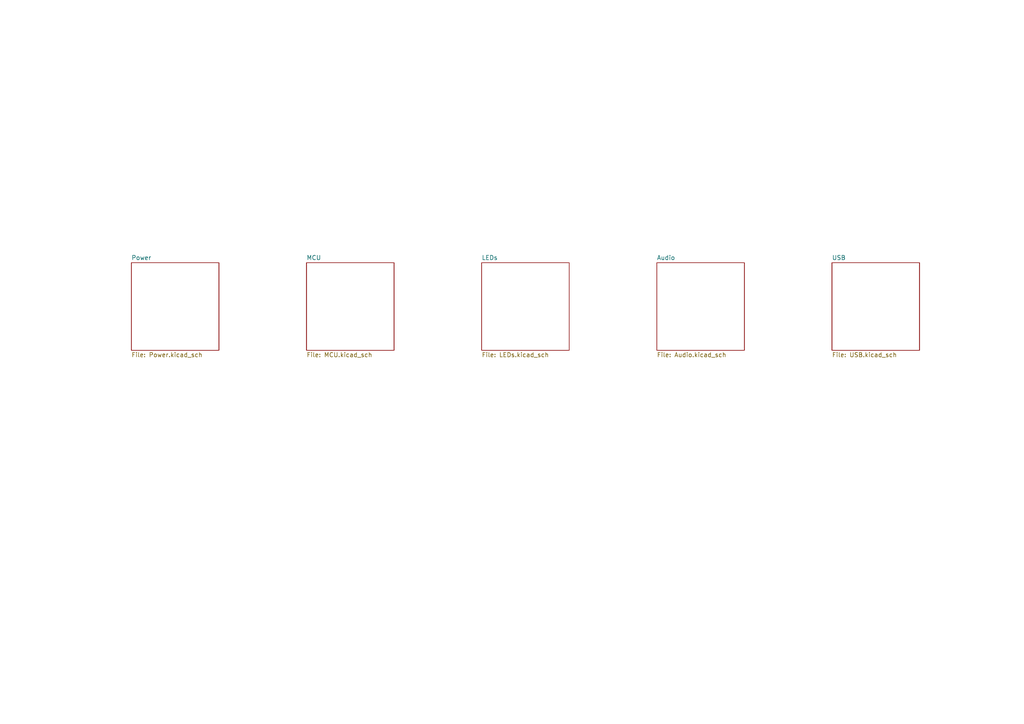
<source format=kicad_sch>
(kicad_sch (version 20211123) (generator eeschema)
  (paper "A4")
  (title_block (title "Halloween Ghost") (date "2022-09-30") (rev "1"))
  (lib_symbols)
  (sheet (at 139.7 76.2) (size 25.4 25.4) (stroke (width 0.1524))
    (property "Sheet name" "LEDs" (at 139.7 75.4884 0) (effects (justify left bottom)))
    (property "Sheet file" "LEDs.kicad_sch" (at 139.7 102.1846 0) (effects (justify left top)))
  )
  (sheet (at 88.9 76.2) (size 25.4 25.4) (stroke (width 0.1524))
    (property "Sheet name" "MCU" (at 88.9 75.4884 0) (effects (justify left bottom)))
    (property "Sheet file" "MCU.kicad_sch" (at 88.9 102.1846 0) (effects (justify left top)))
  )
  (sheet (at 241.3 76.2) (size 25.4 25.4) (stroke (width 0.1524))
    (property "Sheet name" "USB" (at 241.3 75.4884 0) (effects (justify left bottom)))
    (property "Sheet file" "USB.kicad_sch" (at 241.3 102.1846 0) (effects (justify left top)))
  )
  (sheet (at 38.1 76.2) (size 25.4 25.4) (stroke (width 0.1524))
    (property "Sheet name" "Power" (at 38.1 75.4884 0) (effects (justify left bottom)))
    (property "Sheet file" "Power.kicad_sch" (at 38.1 102.1846 0) (effects (justify left top)))
  )
  (sheet (at 190.5 76.2) (size 25.4 25.4) (stroke (width 0.1524))
    (property "Sheet name" "Audio" (at 190.5 75.4884 0) (effects (justify left bottom)))
    (property "Sheet file" "Audio.kicad_sch" (at 190.5 102.1846 0) (effects (justify left top)))
  )
)
</source>
